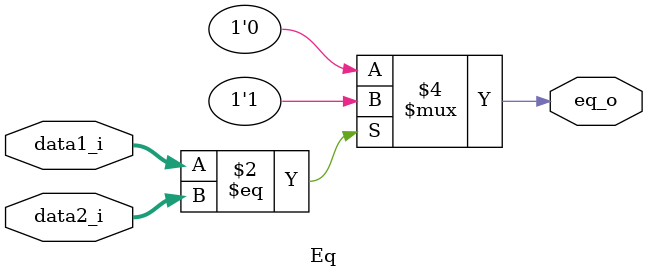
<source format=v>
module Eq
(
data1_i,
data2_i,
eq_o

);

input	[31:0]	data1_i, data2_i;
output	reg	eq_o;

always	@(*) begin
	if(data1_i == data2_i)
		eq_o = 1'b1;
	else
		eq_o = 1'b0;
end

endmodule
</source>
